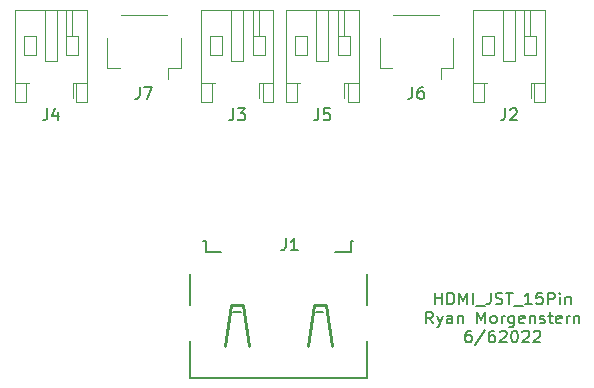
<source format=gbr>
%TF.GenerationSoftware,KiCad,Pcbnew,(6.0.5)*%
%TF.CreationDate,2022-06-06T17:16:28-06:00*%
%TF.ProjectId,15Pin_Fanout,31355069-6e5f-4466-916e-6f75742e6b69,rev?*%
%TF.SameCoordinates,Original*%
%TF.FileFunction,Legend,Top*%
%TF.FilePolarity,Positive*%
%FSLAX46Y46*%
G04 Gerber Fmt 4.6, Leading zero omitted, Abs format (unit mm)*
G04 Created by KiCad (PCBNEW (6.0.5)) date 2022-06-06 17:16:28*
%MOMM*%
%LPD*%
G01*
G04 APERTURE LIST*
%ADD10C,0.150000*%
%ADD11C,0.120000*%
%ADD12C,0.254000*%
%ADD13C,0.200000*%
G04 APERTURE END LIST*
D10*
X13261904Y-1842380D02*
X13261904Y-842380D01*
X13261904Y-1318571D02*
X13833333Y-1318571D01*
X13833333Y-1842380D02*
X13833333Y-842380D01*
X14309523Y-1842380D02*
X14309523Y-842380D01*
X14547619Y-842380D01*
X14690476Y-890000D01*
X14785714Y-985238D01*
X14833333Y-1080476D01*
X14880952Y-1270952D01*
X14880952Y-1413809D01*
X14833333Y-1604285D01*
X14785714Y-1699523D01*
X14690476Y-1794761D01*
X14547619Y-1842380D01*
X14309523Y-1842380D01*
X15309523Y-1842380D02*
X15309523Y-842380D01*
X15642857Y-1556666D01*
X15976190Y-842380D01*
X15976190Y-1842380D01*
X16452380Y-1842380D02*
X16452380Y-842380D01*
X16690476Y-1937619D02*
X17452380Y-1937619D01*
X17976190Y-842380D02*
X17976190Y-1556666D01*
X17928571Y-1699523D01*
X17833333Y-1794761D01*
X17690476Y-1842380D01*
X17595238Y-1842380D01*
X18404761Y-1794761D02*
X18547619Y-1842380D01*
X18785714Y-1842380D01*
X18880952Y-1794761D01*
X18928571Y-1747142D01*
X18976190Y-1651904D01*
X18976190Y-1556666D01*
X18928571Y-1461428D01*
X18880952Y-1413809D01*
X18785714Y-1366190D01*
X18595238Y-1318571D01*
X18500000Y-1270952D01*
X18452380Y-1223333D01*
X18404761Y-1128095D01*
X18404761Y-1032857D01*
X18452380Y-937619D01*
X18500000Y-890000D01*
X18595238Y-842380D01*
X18833333Y-842380D01*
X18976190Y-890000D01*
X19261904Y-842380D02*
X19833333Y-842380D01*
X19547619Y-1842380D02*
X19547619Y-842380D01*
X19928571Y-1937619D02*
X20690476Y-1937619D01*
X21452380Y-1842380D02*
X20880952Y-1842380D01*
X21166666Y-1842380D02*
X21166666Y-842380D01*
X21071428Y-985238D01*
X20976190Y-1080476D01*
X20880952Y-1128095D01*
X22357142Y-842380D02*
X21880952Y-842380D01*
X21833333Y-1318571D01*
X21880952Y-1270952D01*
X21976190Y-1223333D01*
X22214285Y-1223333D01*
X22309523Y-1270952D01*
X22357142Y-1318571D01*
X22404761Y-1413809D01*
X22404761Y-1651904D01*
X22357142Y-1747142D01*
X22309523Y-1794761D01*
X22214285Y-1842380D01*
X21976190Y-1842380D01*
X21880952Y-1794761D01*
X21833333Y-1747142D01*
X22833333Y-1842380D02*
X22833333Y-842380D01*
X23214285Y-842380D01*
X23309523Y-890000D01*
X23357142Y-937619D01*
X23404761Y-1032857D01*
X23404761Y-1175714D01*
X23357142Y-1270952D01*
X23309523Y-1318571D01*
X23214285Y-1366190D01*
X22833333Y-1366190D01*
X23833333Y-1842380D02*
X23833333Y-1175714D01*
X23833333Y-842380D02*
X23785714Y-890000D01*
X23833333Y-937619D01*
X23880952Y-890000D01*
X23833333Y-842380D01*
X23833333Y-937619D01*
X24309523Y-1175714D02*
X24309523Y-1842380D01*
X24309523Y-1270952D02*
X24357142Y-1223333D01*
X24452380Y-1175714D01*
X24595238Y-1175714D01*
X24690476Y-1223333D01*
X24738095Y-1318571D01*
X24738095Y-1842380D01*
X13095238Y-3452380D02*
X12761904Y-2976190D01*
X12523809Y-3452380D02*
X12523809Y-2452380D01*
X12904761Y-2452380D01*
X12999999Y-2500000D01*
X13047619Y-2547619D01*
X13095238Y-2642857D01*
X13095238Y-2785714D01*
X13047619Y-2880952D01*
X12999999Y-2928571D01*
X12904761Y-2976190D01*
X12523809Y-2976190D01*
X13428571Y-2785714D02*
X13666666Y-3452380D01*
X13904761Y-2785714D02*
X13666666Y-3452380D01*
X13571428Y-3690476D01*
X13523809Y-3738095D01*
X13428571Y-3785714D01*
X14714285Y-3452380D02*
X14714285Y-2928571D01*
X14666666Y-2833333D01*
X14571428Y-2785714D01*
X14380952Y-2785714D01*
X14285714Y-2833333D01*
X14714285Y-3404761D02*
X14619047Y-3452380D01*
X14380952Y-3452380D01*
X14285714Y-3404761D01*
X14238095Y-3309523D01*
X14238095Y-3214285D01*
X14285714Y-3119047D01*
X14380952Y-3071428D01*
X14619047Y-3071428D01*
X14714285Y-3023809D01*
X15190476Y-2785714D02*
X15190476Y-3452380D01*
X15190476Y-2880952D02*
X15238095Y-2833333D01*
X15333333Y-2785714D01*
X15476190Y-2785714D01*
X15571428Y-2833333D01*
X15619047Y-2928571D01*
X15619047Y-3452380D01*
X16857142Y-3452380D02*
X16857142Y-2452380D01*
X17190476Y-3166666D01*
X17523809Y-2452380D01*
X17523809Y-3452380D01*
X18142857Y-3452380D02*
X18047619Y-3404761D01*
X17999999Y-3357142D01*
X17952380Y-3261904D01*
X17952380Y-2976190D01*
X17999999Y-2880952D01*
X18047619Y-2833333D01*
X18142857Y-2785714D01*
X18285714Y-2785714D01*
X18380952Y-2833333D01*
X18428571Y-2880952D01*
X18476190Y-2976190D01*
X18476190Y-3261904D01*
X18428571Y-3357142D01*
X18380952Y-3404761D01*
X18285714Y-3452380D01*
X18142857Y-3452380D01*
X18904761Y-3452380D02*
X18904761Y-2785714D01*
X18904761Y-2976190D02*
X18952380Y-2880952D01*
X18999999Y-2833333D01*
X19095238Y-2785714D01*
X19190476Y-2785714D01*
X19952380Y-2785714D02*
X19952380Y-3595238D01*
X19904761Y-3690476D01*
X19857142Y-3738095D01*
X19761904Y-3785714D01*
X19619047Y-3785714D01*
X19523809Y-3738095D01*
X19952380Y-3404761D02*
X19857142Y-3452380D01*
X19666666Y-3452380D01*
X19571428Y-3404761D01*
X19523809Y-3357142D01*
X19476190Y-3261904D01*
X19476190Y-2976190D01*
X19523809Y-2880952D01*
X19571428Y-2833333D01*
X19666666Y-2785714D01*
X19857142Y-2785714D01*
X19952380Y-2833333D01*
X20809523Y-3404761D02*
X20714285Y-3452380D01*
X20523809Y-3452380D01*
X20428571Y-3404761D01*
X20380952Y-3309523D01*
X20380952Y-2928571D01*
X20428571Y-2833333D01*
X20523809Y-2785714D01*
X20714285Y-2785714D01*
X20809523Y-2833333D01*
X20857142Y-2928571D01*
X20857142Y-3023809D01*
X20380952Y-3119047D01*
X21285714Y-2785714D02*
X21285714Y-3452380D01*
X21285714Y-2880952D02*
X21333333Y-2833333D01*
X21428571Y-2785714D01*
X21571428Y-2785714D01*
X21666666Y-2833333D01*
X21714285Y-2928571D01*
X21714285Y-3452380D01*
X22142857Y-3404761D02*
X22238095Y-3452380D01*
X22428571Y-3452380D01*
X22523809Y-3404761D01*
X22571428Y-3309523D01*
X22571428Y-3261904D01*
X22523809Y-3166666D01*
X22428571Y-3119047D01*
X22285714Y-3119047D01*
X22190476Y-3071428D01*
X22142857Y-2976190D01*
X22142857Y-2928571D01*
X22190476Y-2833333D01*
X22285714Y-2785714D01*
X22428571Y-2785714D01*
X22523809Y-2833333D01*
X22857142Y-2785714D02*
X23238095Y-2785714D01*
X23000000Y-2452380D02*
X23000000Y-3309523D01*
X23047619Y-3404761D01*
X23142857Y-3452380D01*
X23238095Y-3452380D01*
X23952380Y-3404761D02*
X23857142Y-3452380D01*
X23666666Y-3452380D01*
X23571428Y-3404761D01*
X23523809Y-3309523D01*
X23523809Y-2928571D01*
X23571428Y-2833333D01*
X23666666Y-2785714D01*
X23857142Y-2785714D01*
X23952380Y-2833333D01*
X23999999Y-2928571D01*
X23999999Y-3023809D01*
X23523809Y-3119047D01*
X24428571Y-3452380D02*
X24428571Y-2785714D01*
X24428571Y-2976190D02*
X24476190Y-2880952D01*
X24523809Y-2833333D01*
X24619047Y-2785714D01*
X24714285Y-2785714D01*
X25047619Y-2785714D02*
X25047619Y-3452380D01*
X25047619Y-2880952D02*
X25095238Y-2833333D01*
X25190476Y-2785714D01*
X25333333Y-2785714D01*
X25428571Y-2833333D01*
X25476190Y-2928571D01*
X25476190Y-3452380D01*
X16285714Y-4062380D02*
X16095238Y-4062380D01*
X16000000Y-4110000D01*
X15952380Y-4157619D01*
X15857142Y-4300476D01*
X15809523Y-4490952D01*
X15809523Y-4871904D01*
X15857142Y-4967142D01*
X15904761Y-5014761D01*
X16000000Y-5062380D01*
X16190476Y-5062380D01*
X16285714Y-5014761D01*
X16333333Y-4967142D01*
X16380952Y-4871904D01*
X16380952Y-4633809D01*
X16333333Y-4538571D01*
X16285714Y-4490952D01*
X16190476Y-4443333D01*
X16000000Y-4443333D01*
X15904761Y-4490952D01*
X15857142Y-4538571D01*
X15809523Y-4633809D01*
X17523809Y-4014761D02*
X16666666Y-5300476D01*
X18285714Y-4062380D02*
X18095238Y-4062380D01*
X18000000Y-4110000D01*
X17952380Y-4157619D01*
X17857142Y-4300476D01*
X17809523Y-4490952D01*
X17809523Y-4871904D01*
X17857142Y-4967142D01*
X17904761Y-5014761D01*
X18000000Y-5062380D01*
X18190476Y-5062380D01*
X18285714Y-5014761D01*
X18333333Y-4967142D01*
X18380952Y-4871904D01*
X18380952Y-4633809D01*
X18333333Y-4538571D01*
X18285714Y-4490952D01*
X18190476Y-4443333D01*
X18000000Y-4443333D01*
X17904761Y-4490952D01*
X17857142Y-4538571D01*
X17809523Y-4633809D01*
X18761904Y-4157619D02*
X18809523Y-4110000D01*
X18904761Y-4062380D01*
X19142857Y-4062380D01*
X19238095Y-4110000D01*
X19285714Y-4157619D01*
X19333333Y-4252857D01*
X19333333Y-4348095D01*
X19285714Y-4490952D01*
X18714285Y-5062380D01*
X19333333Y-5062380D01*
X19952380Y-4062380D02*
X20047619Y-4062380D01*
X20142857Y-4110000D01*
X20190476Y-4157619D01*
X20238095Y-4252857D01*
X20285714Y-4443333D01*
X20285714Y-4681428D01*
X20238095Y-4871904D01*
X20190476Y-4967142D01*
X20142857Y-5014761D01*
X20047619Y-5062380D01*
X19952380Y-5062380D01*
X19857142Y-5014761D01*
X19809523Y-4967142D01*
X19761904Y-4871904D01*
X19714285Y-4681428D01*
X19714285Y-4443333D01*
X19761904Y-4252857D01*
X19809523Y-4157619D01*
X19857142Y-4110000D01*
X19952380Y-4062380D01*
X20666666Y-4157619D02*
X20714285Y-4110000D01*
X20809523Y-4062380D01*
X21047619Y-4062380D01*
X21142857Y-4110000D01*
X21190476Y-4157619D01*
X21238095Y-4252857D01*
X21238095Y-4348095D01*
X21190476Y-4490952D01*
X20619047Y-5062380D01*
X21238095Y-5062380D01*
X21619047Y-4157619D02*
X21666666Y-4110000D01*
X21761904Y-4062380D01*
X22000000Y-4062380D01*
X22095238Y-4110000D01*
X22142857Y-4157619D01*
X22190476Y-4252857D01*
X22190476Y-4348095D01*
X22142857Y-4490952D01*
X21571428Y-5062380D01*
X22190476Y-5062380D01*
%TO.C,J3*%
X-3807333Y14747619D02*
X-3807333Y14033333D01*
X-3854952Y13890476D01*
X-3950190Y13795238D01*
X-4093047Y13747619D01*
X-4188285Y13747619D01*
X-3426380Y14747619D02*
X-2807333Y14747619D01*
X-3140666Y14366666D01*
X-2997809Y14366666D01*
X-2902571Y14319047D01*
X-2854952Y14271428D01*
X-2807333Y14176190D01*
X-2807333Y13938095D01*
X-2854952Y13842857D01*
X-2902571Y13795238D01*
X-2997809Y13747619D01*
X-3283523Y13747619D01*
X-3378761Y13795238D01*
X-3426380Y13842857D01*
%TO.C,J5*%
X3392666Y14747619D02*
X3392666Y14033333D01*
X3345047Y13890476D01*
X3249809Y13795238D01*
X3106952Y13747619D01*
X3011714Y13747619D01*
X4345047Y14747619D02*
X3868857Y14747619D01*
X3821238Y14271428D01*
X3868857Y14319047D01*
X3964095Y14366666D01*
X4202190Y14366666D01*
X4297428Y14319047D01*
X4345047Y14271428D01*
X4392666Y14176190D01*
X4392666Y13938095D01*
X4345047Y13842857D01*
X4297428Y13795238D01*
X4202190Y13747619D01*
X3964095Y13747619D01*
X3868857Y13795238D01*
X3821238Y13842857D01*
%TO.C,J6*%
X11342666Y16567619D02*
X11342666Y15853333D01*
X11295047Y15710476D01*
X11199809Y15615238D01*
X11056952Y15567619D01*
X10961714Y15567619D01*
X12247428Y16567619D02*
X12056952Y16567619D01*
X11961714Y16520000D01*
X11914095Y16472380D01*
X11818857Y16329523D01*
X11771238Y16139047D01*
X11771238Y15758095D01*
X11818857Y15662857D01*
X11866476Y15615238D01*
X11961714Y15567619D01*
X12152190Y15567619D01*
X12247428Y15615238D01*
X12295047Y15662857D01*
X12342666Y15758095D01*
X12342666Y15996190D01*
X12295047Y16091428D01*
X12247428Y16139047D01*
X12152190Y16186666D01*
X11961714Y16186666D01*
X11866476Y16139047D01*
X11818857Y16091428D01*
X11771238Y15996190D01*
%TO.C,J4*%
X-19583333Y14747619D02*
X-19583333Y14033333D01*
X-19630952Y13890476D01*
X-19726190Y13795238D01*
X-19869047Y13747619D01*
X-19964285Y13747619D01*
X-18678571Y14414285D02*
X-18678571Y13747619D01*
X-18916666Y14795238D02*
X-19154761Y14080952D01*
X-18535714Y14080952D01*
%TO.C,J7*%
X-11717333Y16567619D02*
X-11717333Y15853333D01*
X-11764952Y15710476D01*
X-11860190Y15615238D01*
X-12003047Y15567619D01*
X-12098285Y15567619D01*
X-11336380Y16567619D02*
X-10669714Y16567619D01*
X-11098285Y15567619D01*
%TO.C,J2*%
X19192666Y14747619D02*
X19192666Y14033333D01*
X19145047Y13890476D01*
X19049809Y13795238D01*
X18906952Y13747619D01*
X18811714Y13747619D01*
X19621238Y14652380D02*
X19668857Y14700000D01*
X19764095Y14747619D01*
X20002190Y14747619D01*
X20097428Y14700000D01*
X20145047Y14652380D01*
X20192666Y14557142D01*
X20192666Y14461904D01*
X20145047Y14319047D01*
X19573619Y13747619D01*
X20192666Y13747619D01*
%TO.C,J1*%
X621309Y3754619D02*
X621309Y3040333D01*
X573690Y2897476D01*
X478452Y2802238D01*
X335595Y2754619D01*
X240357Y2754619D01*
X1621309Y2754619D02*
X1049880Y2754619D01*
X1335595Y2754619D02*
X1335595Y3754619D01*
X1240357Y3611761D01*
X1145119Y3516523D01*
X1049880Y3468904D01*
D11*
%TO.C,J3*%
X-1334000Y15290000D02*
X-414000Y15290000D01*
X-2174000Y19250000D02*
X-1174000Y19250000D01*
X-6534000Y23110000D02*
X-6534000Y15290000D01*
X-1614000Y16890000D02*
X-1334000Y16890000D01*
X-4774000Y19250000D02*
X-5774000Y19250000D01*
X-1614000Y16890000D02*
X-1614000Y15675000D01*
X-3974000Y18750000D02*
X-3974000Y23110000D01*
X-5774000Y20850000D02*
X-4774000Y20850000D01*
X-2974000Y18750000D02*
X-3974000Y18750000D01*
X-2174000Y20850000D02*
X-2174000Y19250000D01*
X-4774000Y20850000D02*
X-4774000Y19250000D01*
X-1174000Y19250000D02*
X-1174000Y20850000D01*
X-1334000Y16890000D02*
X-1334000Y15290000D01*
X-414000Y16890000D02*
X-1334000Y16890000D01*
X-5614000Y15290000D02*
X-5614000Y16890000D01*
X-5774000Y19250000D02*
X-5774000Y20850000D01*
X-5614000Y16890000D02*
X-5334000Y16890000D01*
X-1174000Y20850000D02*
X-2174000Y20850000D01*
X-6534000Y16890000D02*
X-5614000Y16890000D01*
X-1674000Y20850000D02*
X-1674000Y23110000D01*
X-414000Y23110000D02*
X-6534000Y23110000D01*
X-2174000Y20850000D02*
X-2174000Y23110000D01*
X-414000Y15290000D02*
X-414000Y23110000D01*
X-2974000Y23110000D02*
X-2974000Y18750000D01*
X-6534000Y15290000D02*
X-5614000Y15290000D01*
%TO.C,J5*%
X666000Y23110000D02*
X666000Y15290000D01*
X1426000Y19250000D02*
X1426000Y20850000D01*
X5866000Y16890000D02*
X5866000Y15290000D01*
X4226000Y23110000D02*
X4226000Y18750000D01*
X6786000Y23110000D02*
X666000Y23110000D01*
X2426000Y19250000D02*
X1426000Y19250000D01*
X6026000Y19250000D02*
X6026000Y20850000D01*
X666000Y16890000D02*
X1586000Y16890000D01*
X1426000Y20850000D02*
X2426000Y20850000D01*
X5026000Y19250000D02*
X6026000Y19250000D01*
X5586000Y16890000D02*
X5586000Y15675000D01*
X5526000Y20850000D02*
X5526000Y23110000D01*
X5026000Y20850000D02*
X5026000Y23110000D01*
X5586000Y16890000D02*
X5866000Y16890000D01*
X4226000Y18750000D02*
X3226000Y18750000D01*
X6026000Y20850000D02*
X5026000Y20850000D01*
X6786000Y15290000D02*
X6786000Y23110000D01*
X1586000Y16890000D02*
X1866000Y16890000D01*
X1586000Y15290000D02*
X1586000Y16890000D01*
X5026000Y20850000D02*
X5026000Y19250000D01*
X6786000Y16890000D02*
X5866000Y16890000D01*
X666000Y15290000D02*
X1586000Y15290000D01*
X2426000Y20850000D02*
X2426000Y19250000D01*
X5866000Y15290000D02*
X6786000Y15290000D01*
X3226000Y18750000D02*
X3226000Y23110000D01*
%TO.C,J6*%
X13736000Y18215000D02*
X13736000Y17225000D01*
X14786000Y20715000D02*
X14786000Y18215000D01*
X14786000Y18215000D02*
X13736000Y18215000D01*
X13616000Y22685000D02*
X9736000Y22685000D01*
X8566000Y18215000D02*
X9616000Y18215000D01*
X8566000Y20715000D02*
X8566000Y18215000D01*
%TO.C,J4*%
X-16190000Y16890000D02*
X-17110000Y16890000D01*
X-17390000Y16890000D02*
X-17110000Y16890000D01*
X-18750000Y18750000D02*
X-19750000Y18750000D01*
X-20550000Y19250000D02*
X-21550000Y19250000D01*
X-17110000Y15290000D02*
X-16190000Y15290000D01*
X-22310000Y23110000D02*
X-22310000Y15290000D01*
X-22310000Y15290000D02*
X-21390000Y15290000D01*
X-21550000Y20850000D02*
X-20550000Y20850000D01*
X-16950000Y20850000D02*
X-17950000Y20850000D01*
X-18750000Y23110000D02*
X-18750000Y18750000D01*
X-17950000Y20850000D02*
X-17950000Y23110000D01*
X-21550000Y19250000D02*
X-21550000Y20850000D01*
X-17950000Y20850000D02*
X-17950000Y19250000D01*
X-21390000Y15290000D02*
X-21390000Y16890000D01*
X-20550000Y20850000D02*
X-20550000Y19250000D01*
X-17110000Y16890000D02*
X-17110000Y15290000D01*
X-17950000Y19250000D02*
X-16950000Y19250000D01*
X-16190000Y23110000D02*
X-22310000Y23110000D01*
X-17450000Y20850000D02*
X-17450000Y23110000D01*
X-22310000Y16890000D02*
X-21390000Y16890000D01*
X-17390000Y16890000D02*
X-17390000Y15675000D01*
X-16950000Y19250000D02*
X-16950000Y20850000D01*
X-16190000Y15290000D02*
X-16190000Y23110000D01*
X-21390000Y16890000D02*
X-21110000Y16890000D01*
X-19750000Y18750000D02*
X-19750000Y23110000D01*
%TO.C,J7*%
X-14494000Y18215000D02*
X-13444000Y18215000D01*
X-9324000Y18215000D02*
X-9324000Y17225000D01*
X-8274000Y18215000D02*
X-9324000Y18215000D01*
X-9444000Y22685000D02*
X-13324000Y22685000D01*
X-8274000Y20715000D02*
X-8274000Y18215000D01*
X-14494000Y20715000D02*
X-14494000Y18215000D01*
%TO.C,J2*%
X18226000Y20850000D02*
X18226000Y19250000D01*
X21386000Y16890000D02*
X21666000Y16890000D01*
X17226000Y20850000D02*
X18226000Y20850000D01*
X20026000Y18750000D02*
X19026000Y18750000D01*
X20826000Y20850000D02*
X20826000Y23110000D01*
X17226000Y19250000D02*
X17226000Y20850000D01*
X18226000Y19250000D02*
X17226000Y19250000D01*
X16466000Y23110000D02*
X16466000Y15290000D01*
X16466000Y15290000D02*
X17386000Y15290000D01*
X20826000Y19250000D02*
X21826000Y19250000D01*
X21666000Y15290000D02*
X22586000Y15290000D01*
X21386000Y16890000D02*
X21386000Y15675000D01*
X21666000Y16890000D02*
X21666000Y15290000D01*
X19026000Y18750000D02*
X19026000Y23110000D01*
X22586000Y16890000D02*
X21666000Y16890000D01*
X16466000Y16890000D02*
X17386000Y16890000D01*
X20826000Y20850000D02*
X20826000Y19250000D01*
X21326000Y20850000D02*
X21326000Y23110000D01*
X22586000Y15290000D02*
X22586000Y23110000D01*
X21826000Y19250000D02*
X21826000Y20850000D01*
X21826000Y20850000D02*
X20826000Y20850000D01*
X22586000Y23110000D02*
X16466000Y23110000D01*
X17386000Y15290000D02*
X17386000Y16890000D01*
X17386000Y16890000D02*
X17666000Y16890000D01*
X20026000Y23110000D02*
X20026000Y18750000D01*
D12*
%TO.C,J1*%
X-3000000Y-1904000D02*
X-4000000Y-1904000D01*
D13*
X-7500000Y-1875000D02*
X-7500000Y743000D01*
X6080000Y2575000D02*
X6145000Y2575000D01*
X7500000Y-8036000D02*
X7500000Y-4917000D01*
X6080000Y2565000D02*
X6080000Y2575000D01*
X4830000Y2565000D02*
X6080000Y2565000D01*
X-7500000Y-8036000D02*
X-7500000Y-4917000D01*
X3200000Y-2504000D02*
X3800000Y-2504000D01*
D12*
X4000000Y-1904000D02*
X4500000Y-5404000D01*
D13*
X6145000Y3563000D02*
X6352000Y3563000D01*
X-3200000Y-2504000D02*
X-3800000Y-2504000D01*
X-6120000Y2592000D02*
X-4837000Y2592000D01*
D12*
X3000000Y-1904000D02*
X4000000Y-1904000D01*
D13*
X7500000Y-1876000D02*
X7500000Y743000D01*
D12*
X2500000Y-5404000D02*
X3000000Y-1904000D01*
D13*
X-6120000Y3545000D02*
X-6120000Y2592000D01*
X-7500000Y-8036000D02*
X7500000Y-8036000D01*
X6352000Y3563000D02*
X6352000Y3556000D01*
X6145000Y2575000D02*
X6145000Y3563000D01*
X-6107000Y3557000D02*
X-6107000Y3545000D01*
D12*
X-4000000Y-1904000D02*
X-4500000Y-5404000D01*
D13*
X-6107000Y3545000D02*
X-6120000Y3545000D01*
D12*
X-2500000Y-5404000D02*
X-3000000Y-1904000D01*
D13*
X-6350000Y3557000D02*
X-6107000Y3557000D01*
%TD*%
M02*

</source>
